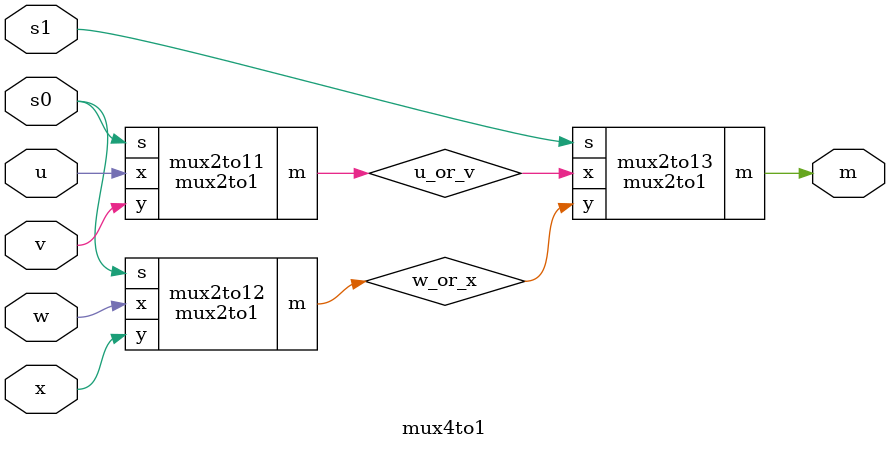
<source format=v>
module mux(LEDR, SW);
    input [9:0] SW;
    output [9:0] LEDR;

    mux4to1 u0(
        .u(SW[0]),
        .v(SW[1]),
	.w(SW[2]),
	.x(SW[3]),
        .s0(SW[8]),
	.s1(SW[9]),
        .m(LEDR[0])
        );

endmodule

module mux2to1(x, y, s, m);
    input x; //selected when s is 0
    input y; //selected when s is 1
    input s; //select signal
    output m; //output
  
    assign m = s & y | ~s & x;
    // OR
    // assign m = s ? y : x;

endmodule

module mux4to1(u,v,w,x,s0,s1,m);
    input u,v,w,x;
    input s0,s1;
    output m;
    wire u_or_v;
    wire w_or_x;

    mux2to1 mux2to11(u,v,s0,u_or_v);
    mux2to1 mux2to12(w,x,s0,w_or_x);
    mux2to1 mux2to13(u_or_v,w_or_x,s1,m);

endmodule

</source>
